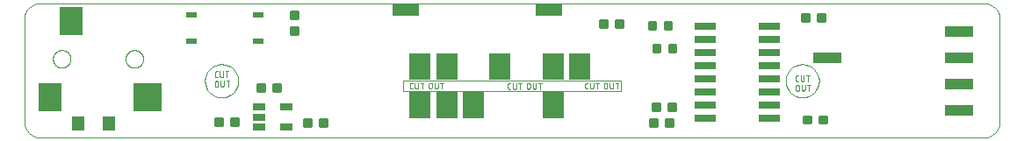
<source format=gtp>
G04 EAGLE Gerber RS-274X export*
G75*
%MOMM*%
%FSLAX34Y34*%
%LPD*%
%INSolder paste top*%
%IPPOS*%
%AMOC8*
5,1,8,0,0,1.08239X$1,22.5*%
G01*
%ADD10C,0.001000*%
%ADD11C,0.050800*%
%ADD12R,2.032000X0.660400*%
%ADD13R,1.200000X1.400000*%
%ADD14R,1.000000X0.600000*%
%ADD15C,0.222250*%
%ADD16R,2.700000X1.000000*%
%ADD17R,2.540000X1.270000*%
%ADD18R,1.200000X0.690000*%
%ADD19C,0.000000*%
%ADD20R,2.200000X2.800000*%
%ADD21R,2.800000X2.800000*%
%ADD22R,2.159000X2.540000*%


D10*
X-208369Y447928D02*
X701481Y447928D01*
X704509Y447620D01*
X707335Y446739D01*
X709895Y445345D01*
X712128Y443500D01*
X713973Y441267D01*
X715367Y438707D01*
X716248Y435881D01*
X716556Y432853D01*
X716556Y333003D01*
X716248Y329975D01*
X715367Y327149D01*
X713973Y324589D01*
X712128Y322356D01*
X709895Y320511D01*
X707335Y319117D01*
X704509Y318236D01*
X701481Y317928D01*
X-208369Y317928D01*
X-211397Y318236D01*
X-214223Y319117D01*
X-216783Y320511D01*
X-219016Y322356D01*
X-220861Y324589D01*
X-222255Y327149D01*
X-223136Y329975D01*
X-223444Y333003D01*
X-223444Y432853D01*
X-223136Y435881D01*
X-222255Y438707D01*
X-220861Y441267D01*
X-219016Y443500D01*
X-216783Y445345D01*
X-214223Y446739D01*
X-211397Y447620D01*
X-208369Y447928D01*
X526556Y388978D02*
X529791Y388652D01*
X532803Y387717D01*
X535530Y386237D01*
X537905Y384277D01*
X539865Y381902D01*
X541345Y379175D01*
X542280Y376163D01*
X542606Y372928D01*
X542280Y369693D01*
X541345Y366681D01*
X539865Y363954D01*
X537905Y361579D01*
X535530Y359619D01*
X532803Y358139D01*
X529791Y357204D01*
X526556Y356878D01*
X523321Y357204D01*
X520309Y358139D01*
X517582Y359619D01*
X515207Y361579D01*
X513247Y363954D01*
X511767Y366681D01*
X510832Y369693D01*
X510506Y372928D01*
X510832Y376163D01*
X511767Y379175D01*
X513247Y381902D01*
X515207Y384277D01*
X517582Y386237D01*
X520309Y387717D01*
X523321Y388652D01*
X526556Y388978D01*
X-30209Y388652D02*
X-33444Y388978D01*
X-30209Y388652D02*
X-27197Y387717D01*
X-24470Y386237D01*
X-22095Y384277D01*
X-20135Y381902D01*
X-18655Y379175D01*
X-17720Y376163D01*
X-17394Y372928D01*
X-17720Y369693D01*
X-18655Y366681D01*
X-20135Y363954D01*
X-22095Y361579D01*
X-24470Y359619D01*
X-27197Y358139D01*
X-30209Y357204D01*
X-33444Y356878D01*
X-36679Y357204D01*
X-39691Y358139D01*
X-42418Y359619D01*
X-44793Y361579D01*
X-46753Y363954D01*
X-48233Y366681D01*
X-49168Y369693D01*
X-49494Y372928D01*
X-49168Y376163D01*
X-48233Y379175D01*
X-46753Y381902D01*
X-44793Y384277D01*
X-42418Y386237D01*
X-39691Y387717D01*
X-36679Y388652D01*
X-33444Y388978D01*
X141556Y362928D02*
X351556Y362928D01*
X351556Y372928D01*
X141556Y372928D01*
X141556Y362928D01*
X523425Y388670D02*
X526556Y388978D01*
X523425Y388670D02*
X520414Y387756D01*
X517639Y386273D01*
X515207Y384277D01*
X513211Y381845D01*
X511728Y379070D01*
X510814Y376059D01*
X510506Y372928D01*
X510814Y369797D01*
X511728Y366786D01*
X513211Y364011D01*
X515207Y361579D01*
X517639Y359583D01*
X520414Y358100D01*
X523425Y357186D01*
X526556Y356878D01*
X529687Y357186D01*
X532698Y358100D01*
X535473Y359583D01*
X537905Y361579D01*
X539901Y364011D01*
X541384Y366786D01*
X542298Y369797D01*
X542606Y372928D01*
X542298Y376059D01*
X541384Y379070D01*
X539901Y381845D01*
X537905Y384277D01*
X535473Y386273D01*
X532698Y387756D01*
X529687Y388670D01*
X526556Y388978D01*
X-33444Y388978D02*
X-36575Y388670D01*
X-39586Y387756D01*
X-42361Y386273D01*
X-44793Y384277D01*
X-46789Y381845D01*
X-48272Y379070D01*
X-49186Y376059D01*
X-49494Y372928D01*
X-49186Y369797D01*
X-48272Y366786D01*
X-46789Y364011D01*
X-44793Y361579D01*
X-42361Y359583D01*
X-39586Y358100D01*
X-36575Y357186D01*
X-33444Y356878D01*
X-30313Y357186D01*
X-27302Y358100D01*
X-24527Y359583D01*
X-22095Y361579D01*
X-20099Y364011D01*
X-18616Y366786D01*
X-17702Y369797D01*
X-17394Y372928D01*
X-17702Y376059D01*
X-18616Y379070D01*
X-20099Y381845D01*
X-22095Y384277D01*
X-24527Y386273D01*
X-27302Y387756D01*
X-30313Y388670D01*
X-33444Y388978D01*
D11*
X-37262Y376398D02*
X-38504Y376398D01*
X-38574Y376400D01*
X-38643Y376406D01*
X-38712Y376416D01*
X-38780Y376429D01*
X-38848Y376447D01*
X-38914Y376468D01*
X-38979Y376493D01*
X-39043Y376521D01*
X-39105Y376553D01*
X-39165Y376588D01*
X-39223Y376627D01*
X-39278Y376669D01*
X-39332Y376714D01*
X-39382Y376762D01*
X-39430Y376812D01*
X-39475Y376866D01*
X-39517Y376921D01*
X-39556Y376979D01*
X-39591Y377039D01*
X-39623Y377101D01*
X-39651Y377165D01*
X-39676Y377230D01*
X-39697Y377296D01*
X-39715Y377364D01*
X-39728Y377432D01*
X-39738Y377501D01*
X-39744Y377570D01*
X-39746Y377640D01*
X-39746Y380744D01*
X-39744Y380814D01*
X-39738Y380883D01*
X-39728Y380952D01*
X-39715Y381020D01*
X-39697Y381088D01*
X-39676Y381154D01*
X-39651Y381219D01*
X-39623Y381283D01*
X-39591Y381345D01*
X-39556Y381405D01*
X-39517Y381463D01*
X-39475Y381518D01*
X-39430Y381572D01*
X-39382Y381622D01*
X-39332Y381670D01*
X-39278Y381715D01*
X-39223Y381757D01*
X-39165Y381796D01*
X-39105Y381831D01*
X-39043Y381863D01*
X-38979Y381891D01*
X-38914Y381916D01*
X-38848Y381937D01*
X-38780Y381955D01*
X-38712Y381968D01*
X-38643Y381978D01*
X-38574Y381984D01*
X-38504Y381986D01*
X-37262Y381986D01*
X-34975Y381986D02*
X-34975Y377950D01*
X-34973Y377873D01*
X-34967Y377795D01*
X-34958Y377719D01*
X-34944Y377642D01*
X-34927Y377567D01*
X-34906Y377493D01*
X-34881Y377419D01*
X-34853Y377347D01*
X-34821Y377277D01*
X-34786Y377208D01*
X-34747Y377141D01*
X-34705Y377076D01*
X-34660Y377013D01*
X-34612Y376952D01*
X-34561Y376894D01*
X-34507Y376839D01*
X-34450Y376786D01*
X-34391Y376737D01*
X-34329Y376690D01*
X-34265Y376646D01*
X-34199Y376606D01*
X-34131Y376569D01*
X-34061Y376535D01*
X-33990Y376505D01*
X-33917Y376479D01*
X-33843Y376456D01*
X-33768Y376437D01*
X-33693Y376422D01*
X-33616Y376410D01*
X-33539Y376402D01*
X-33462Y376398D01*
X-33384Y376398D01*
X-33307Y376402D01*
X-33230Y376410D01*
X-33153Y376422D01*
X-33078Y376437D01*
X-33003Y376456D01*
X-32929Y376479D01*
X-32856Y376505D01*
X-32785Y376535D01*
X-32715Y376569D01*
X-32647Y376606D01*
X-32581Y376646D01*
X-32517Y376690D01*
X-32455Y376737D01*
X-32396Y376786D01*
X-32339Y376839D01*
X-32285Y376894D01*
X-32234Y376952D01*
X-32186Y377013D01*
X-32141Y377076D01*
X-32099Y377141D01*
X-32060Y377208D01*
X-32025Y377277D01*
X-31993Y377347D01*
X-31965Y377419D01*
X-31940Y377493D01*
X-31919Y377567D01*
X-31902Y377642D01*
X-31888Y377719D01*
X-31879Y377795D01*
X-31873Y377873D01*
X-31871Y377950D01*
X-31870Y377950D02*
X-31870Y381986D01*
X-28119Y381986D02*
X-28119Y376398D01*
X-29671Y381986D02*
X-26567Y381986D01*
X-39746Y371290D02*
X-39746Y368806D01*
X-39746Y371290D02*
X-39744Y371367D01*
X-39738Y371445D01*
X-39729Y371521D01*
X-39715Y371598D01*
X-39698Y371673D01*
X-39677Y371747D01*
X-39652Y371821D01*
X-39624Y371893D01*
X-39592Y371963D01*
X-39557Y372032D01*
X-39518Y372099D01*
X-39476Y372164D01*
X-39431Y372227D01*
X-39383Y372288D01*
X-39332Y372346D01*
X-39278Y372401D01*
X-39221Y372454D01*
X-39162Y372503D01*
X-39100Y372550D01*
X-39036Y372594D01*
X-38970Y372634D01*
X-38902Y372671D01*
X-38832Y372705D01*
X-38761Y372735D01*
X-38688Y372761D01*
X-38614Y372784D01*
X-38539Y372803D01*
X-38464Y372818D01*
X-38387Y372830D01*
X-38310Y372838D01*
X-38233Y372842D01*
X-38155Y372842D01*
X-38078Y372838D01*
X-38001Y372830D01*
X-37924Y372818D01*
X-37849Y372803D01*
X-37774Y372784D01*
X-37700Y372761D01*
X-37627Y372735D01*
X-37556Y372705D01*
X-37486Y372671D01*
X-37418Y372634D01*
X-37352Y372594D01*
X-37288Y372550D01*
X-37226Y372503D01*
X-37167Y372454D01*
X-37110Y372401D01*
X-37056Y372346D01*
X-37005Y372288D01*
X-36957Y372227D01*
X-36912Y372164D01*
X-36870Y372099D01*
X-36831Y372032D01*
X-36796Y371963D01*
X-36764Y371893D01*
X-36736Y371821D01*
X-36711Y371747D01*
X-36690Y371673D01*
X-36673Y371598D01*
X-36659Y371521D01*
X-36650Y371445D01*
X-36644Y371367D01*
X-36642Y371290D01*
X-36642Y368806D01*
X-36644Y368729D01*
X-36650Y368651D01*
X-36659Y368575D01*
X-36673Y368498D01*
X-36690Y368423D01*
X-36711Y368349D01*
X-36736Y368275D01*
X-36764Y368203D01*
X-36796Y368133D01*
X-36831Y368064D01*
X-36870Y367997D01*
X-36912Y367932D01*
X-36957Y367869D01*
X-37005Y367808D01*
X-37056Y367750D01*
X-37110Y367695D01*
X-37167Y367642D01*
X-37226Y367593D01*
X-37288Y367546D01*
X-37352Y367502D01*
X-37418Y367462D01*
X-37486Y367425D01*
X-37556Y367391D01*
X-37627Y367361D01*
X-37700Y367335D01*
X-37774Y367312D01*
X-37849Y367293D01*
X-37924Y367278D01*
X-38001Y367266D01*
X-38078Y367258D01*
X-38155Y367254D01*
X-38233Y367254D01*
X-38310Y367258D01*
X-38387Y367266D01*
X-38464Y367278D01*
X-38539Y367293D01*
X-38614Y367312D01*
X-38688Y367335D01*
X-38761Y367361D01*
X-38832Y367391D01*
X-38902Y367425D01*
X-38970Y367462D01*
X-39036Y367502D01*
X-39100Y367546D01*
X-39162Y367593D01*
X-39221Y367642D01*
X-39278Y367695D01*
X-39332Y367750D01*
X-39383Y367808D01*
X-39431Y367869D01*
X-39476Y367932D01*
X-39518Y367997D01*
X-39557Y368064D01*
X-39592Y368133D01*
X-39624Y368203D01*
X-39652Y368275D01*
X-39677Y368349D01*
X-39698Y368423D01*
X-39715Y368498D01*
X-39729Y368575D01*
X-39738Y368651D01*
X-39744Y368729D01*
X-39746Y368806D01*
X-34077Y368806D02*
X-34077Y372842D01*
X-34077Y368806D02*
X-34075Y368729D01*
X-34069Y368651D01*
X-34060Y368575D01*
X-34046Y368498D01*
X-34029Y368423D01*
X-34008Y368349D01*
X-33983Y368275D01*
X-33955Y368203D01*
X-33923Y368133D01*
X-33888Y368064D01*
X-33849Y367997D01*
X-33807Y367932D01*
X-33762Y367869D01*
X-33714Y367808D01*
X-33663Y367750D01*
X-33609Y367695D01*
X-33552Y367642D01*
X-33493Y367593D01*
X-33431Y367546D01*
X-33367Y367502D01*
X-33301Y367462D01*
X-33233Y367425D01*
X-33163Y367391D01*
X-33092Y367361D01*
X-33019Y367335D01*
X-32945Y367312D01*
X-32870Y367293D01*
X-32795Y367278D01*
X-32718Y367266D01*
X-32641Y367258D01*
X-32564Y367254D01*
X-32486Y367254D01*
X-32409Y367258D01*
X-32332Y367266D01*
X-32255Y367278D01*
X-32180Y367293D01*
X-32105Y367312D01*
X-32031Y367335D01*
X-31958Y367361D01*
X-31887Y367391D01*
X-31817Y367425D01*
X-31749Y367462D01*
X-31683Y367502D01*
X-31619Y367546D01*
X-31557Y367593D01*
X-31498Y367642D01*
X-31441Y367695D01*
X-31387Y367750D01*
X-31336Y367808D01*
X-31288Y367869D01*
X-31243Y367932D01*
X-31201Y367997D01*
X-31162Y368064D01*
X-31127Y368133D01*
X-31095Y368203D01*
X-31067Y368275D01*
X-31042Y368349D01*
X-31021Y368423D01*
X-31004Y368498D01*
X-30990Y368575D01*
X-30981Y368651D01*
X-30975Y368729D01*
X-30973Y368806D01*
X-30972Y368806D02*
X-30972Y372842D01*
X-27221Y372842D02*
X-27221Y367254D01*
X-28773Y372842D02*
X-25669Y372842D01*
X521496Y372398D02*
X522738Y372398D01*
X521496Y372398D02*
X521426Y372400D01*
X521357Y372406D01*
X521288Y372416D01*
X521220Y372429D01*
X521152Y372447D01*
X521086Y372468D01*
X521021Y372493D01*
X520957Y372521D01*
X520895Y372553D01*
X520835Y372588D01*
X520777Y372627D01*
X520722Y372669D01*
X520668Y372714D01*
X520618Y372762D01*
X520570Y372812D01*
X520525Y372866D01*
X520483Y372921D01*
X520444Y372979D01*
X520409Y373039D01*
X520377Y373101D01*
X520349Y373165D01*
X520324Y373230D01*
X520303Y373296D01*
X520285Y373364D01*
X520272Y373432D01*
X520262Y373501D01*
X520256Y373570D01*
X520254Y373640D01*
X520254Y376744D01*
X520256Y376814D01*
X520262Y376883D01*
X520272Y376952D01*
X520285Y377020D01*
X520303Y377088D01*
X520324Y377154D01*
X520349Y377219D01*
X520377Y377283D01*
X520409Y377345D01*
X520444Y377405D01*
X520483Y377463D01*
X520525Y377518D01*
X520570Y377572D01*
X520618Y377622D01*
X520668Y377670D01*
X520722Y377715D01*
X520777Y377757D01*
X520835Y377796D01*
X520895Y377831D01*
X520957Y377863D01*
X521021Y377891D01*
X521086Y377916D01*
X521152Y377937D01*
X521220Y377955D01*
X521288Y377968D01*
X521357Y377978D01*
X521426Y377984D01*
X521496Y377986D01*
X522738Y377986D01*
X525025Y377986D02*
X525025Y373950D01*
X525027Y373873D01*
X525033Y373795D01*
X525042Y373719D01*
X525056Y373642D01*
X525073Y373567D01*
X525094Y373493D01*
X525119Y373419D01*
X525147Y373347D01*
X525179Y373277D01*
X525214Y373208D01*
X525253Y373141D01*
X525295Y373076D01*
X525340Y373013D01*
X525388Y372952D01*
X525439Y372894D01*
X525493Y372839D01*
X525550Y372786D01*
X525609Y372737D01*
X525671Y372690D01*
X525735Y372646D01*
X525801Y372606D01*
X525869Y372569D01*
X525939Y372535D01*
X526010Y372505D01*
X526083Y372479D01*
X526157Y372456D01*
X526232Y372437D01*
X526307Y372422D01*
X526384Y372410D01*
X526461Y372402D01*
X526538Y372398D01*
X526616Y372398D01*
X526693Y372402D01*
X526770Y372410D01*
X526847Y372422D01*
X526922Y372437D01*
X526997Y372456D01*
X527071Y372479D01*
X527144Y372505D01*
X527215Y372535D01*
X527285Y372569D01*
X527353Y372606D01*
X527419Y372646D01*
X527483Y372690D01*
X527545Y372737D01*
X527604Y372786D01*
X527661Y372839D01*
X527715Y372894D01*
X527766Y372952D01*
X527814Y373013D01*
X527859Y373076D01*
X527901Y373141D01*
X527940Y373208D01*
X527975Y373277D01*
X528007Y373347D01*
X528035Y373419D01*
X528060Y373493D01*
X528081Y373567D01*
X528098Y373642D01*
X528112Y373719D01*
X528121Y373795D01*
X528127Y373873D01*
X528129Y373950D01*
X528130Y373950D02*
X528130Y377986D01*
X531881Y377986D02*
X531881Y372398D01*
X530329Y377986D02*
X533433Y377986D01*
X520254Y367290D02*
X520254Y364806D01*
X520254Y367290D02*
X520256Y367367D01*
X520262Y367445D01*
X520271Y367521D01*
X520285Y367598D01*
X520302Y367673D01*
X520323Y367747D01*
X520348Y367821D01*
X520376Y367893D01*
X520408Y367963D01*
X520443Y368032D01*
X520482Y368099D01*
X520524Y368164D01*
X520569Y368227D01*
X520617Y368288D01*
X520668Y368346D01*
X520722Y368401D01*
X520779Y368454D01*
X520838Y368503D01*
X520900Y368550D01*
X520964Y368594D01*
X521030Y368634D01*
X521098Y368671D01*
X521168Y368705D01*
X521239Y368735D01*
X521312Y368761D01*
X521386Y368784D01*
X521461Y368803D01*
X521536Y368818D01*
X521613Y368830D01*
X521690Y368838D01*
X521767Y368842D01*
X521845Y368842D01*
X521922Y368838D01*
X521999Y368830D01*
X522076Y368818D01*
X522151Y368803D01*
X522226Y368784D01*
X522300Y368761D01*
X522373Y368735D01*
X522444Y368705D01*
X522514Y368671D01*
X522582Y368634D01*
X522648Y368594D01*
X522712Y368550D01*
X522774Y368503D01*
X522833Y368454D01*
X522890Y368401D01*
X522944Y368346D01*
X522995Y368288D01*
X523043Y368227D01*
X523088Y368164D01*
X523130Y368099D01*
X523169Y368032D01*
X523204Y367963D01*
X523236Y367893D01*
X523264Y367821D01*
X523289Y367747D01*
X523310Y367673D01*
X523327Y367598D01*
X523341Y367521D01*
X523350Y367445D01*
X523356Y367367D01*
X523358Y367290D01*
X523358Y364806D01*
X523356Y364729D01*
X523350Y364651D01*
X523341Y364575D01*
X523327Y364498D01*
X523310Y364423D01*
X523289Y364349D01*
X523264Y364275D01*
X523236Y364203D01*
X523204Y364133D01*
X523169Y364064D01*
X523130Y363997D01*
X523088Y363932D01*
X523043Y363869D01*
X522995Y363808D01*
X522944Y363750D01*
X522890Y363695D01*
X522833Y363642D01*
X522774Y363593D01*
X522712Y363546D01*
X522648Y363502D01*
X522582Y363462D01*
X522514Y363425D01*
X522444Y363391D01*
X522373Y363361D01*
X522300Y363335D01*
X522226Y363312D01*
X522151Y363293D01*
X522076Y363278D01*
X521999Y363266D01*
X521922Y363258D01*
X521845Y363254D01*
X521767Y363254D01*
X521690Y363258D01*
X521613Y363266D01*
X521536Y363278D01*
X521461Y363293D01*
X521386Y363312D01*
X521312Y363335D01*
X521239Y363361D01*
X521168Y363391D01*
X521098Y363425D01*
X521030Y363462D01*
X520964Y363502D01*
X520900Y363546D01*
X520838Y363593D01*
X520779Y363642D01*
X520722Y363695D01*
X520668Y363750D01*
X520617Y363808D01*
X520569Y363869D01*
X520524Y363932D01*
X520482Y363997D01*
X520443Y364064D01*
X520408Y364133D01*
X520376Y364203D01*
X520348Y364275D01*
X520323Y364349D01*
X520302Y364423D01*
X520285Y364498D01*
X520271Y364575D01*
X520262Y364651D01*
X520256Y364729D01*
X520254Y364806D01*
X525923Y364806D02*
X525923Y368842D01*
X525923Y364806D02*
X525925Y364729D01*
X525931Y364651D01*
X525940Y364575D01*
X525954Y364498D01*
X525971Y364423D01*
X525992Y364349D01*
X526017Y364275D01*
X526045Y364203D01*
X526077Y364133D01*
X526112Y364064D01*
X526151Y363997D01*
X526193Y363932D01*
X526238Y363869D01*
X526286Y363808D01*
X526337Y363750D01*
X526391Y363695D01*
X526448Y363642D01*
X526507Y363593D01*
X526569Y363546D01*
X526633Y363502D01*
X526699Y363462D01*
X526767Y363425D01*
X526837Y363391D01*
X526908Y363361D01*
X526981Y363335D01*
X527055Y363312D01*
X527130Y363293D01*
X527205Y363278D01*
X527282Y363266D01*
X527359Y363258D01*
X527436Y363254D01*
X527514Y363254D01*
X527591Y363258D01*
X527668Y363266D01*
X527745Y363278D01*
X527820Y363293D01*
X527895Y363312D01*
X527969Y363335D01*
X528042Y363361D01*
X528113Y363391D01*
X528183Y363425D01*
X528251Y363462D01*
X528317Y363502D01*
X528381Y363546D01*
X528443Y363593D01*
X528502Y363642D01*
X528559Y363695D01*
X528613Y363750D01*
X528664Y363808D01*
X528712Y363869D01*
X528757Y363932D01*
X528799Y363997D01*
X528838Y364064D01*
X528873Y364133D01*
X528905Y364203D01*
X528933Y364275D01*
X528958Y364349D01*
X528979Y364423D01*
X528996Y364498D01*
X529010Y364575D01*
X529019Y364651D01*
X529025Y364729D01*
X529027Y364806D01*
X529028Y364806D02*
X529028Y368842D01*
X532779Y368842D02*
X532779Y363254D01*
X531227Y368842D02*
X534331Y368842D01*
X150738Y365254D02*
X149496Y365254D01*
X149426Y365256D01*
X149357Y365262D01*
X149288Y365272D01*
X149220Y365285D01*
X149152Y365303D01*
X149086Y365324D01*
X149021Y365349D01*
X148957Y365377D01*
X148895Y365409D01*
X148835Y365444D01*
X148777Y365483D01*
X148722Y365525D01*
X148668Y365570D01*
X148618Y365618D01*
X148570Y365668D01*
X148525Y365722D01*
X148483Y365777D01*
X148444Y365835D01*
X148409Y365895D01*
X148377Y365957D01*
X148349Y366021D01*
X148324Y366086D01*
X148303Y366152D01*
X148285Y366220D01*
X148272Y366288D01*
X148262Y366357D01*
X148256Y366426D01*
X148254Y366496D01*
X148254Y369600D01*
X148256Y369670D01*
X148262Y369739D01*
X148272Y369808D01*
X148285Y369876D01*
X148303Y369944D01*
X148324Y370010D01*
X148349Y370075D01*
X148377Y370139D01*
X148409Y370201D01*
X148444Y370261D01*
X148483Y370319D01*
X148525Y370374D01*
X148570Y370428D01*
X148618Y370478D01*
X148668Y370526D01*
X148722Y370571D01*
X148777Y370613D01*
X148835Y370652D01*
X148895Y370687D01*
X148957Y370719D01*
X149021Y370747D01*
X149086Y370772D01*
X149152Y370793D01*
X149220Y370811D01*
X149288Y370824D01*
X149357Y370834D01*
X149426Y370840D01*
X149496Y370842D01*
X150738Y370842D01*
X153025Y370842D02*
X153025Y366806D01*
X153027Y366729D01*
X153033Y366651D01*
X153042Y366575D01*
X153056Y366498D01*
X153073Y366423D01*
X153094Y366349D01*
X153119Y366275D01*
X153147Y366203D01*
X153179Y366133D01*
X153214Y366064D01*
X153253Y365997D01*
X153295Y365932D01*
X153340Y365869D01*
X153388Y365808D01*
X153439Y365750D01*
X153493Y365695D01*
X153550Y365642D01*
X153609Y365593D01*
X153671Y365546D01*
X153735Y365502D01*
X153801Y365462D01*
X153869Y365425D01*
X153939Y365391D01*
X154010Y365361D01*
X154083Y365335D01*
X154157Y365312D01*
X154232Y365293D01*
X154307Y365278D01*
X154384Y365266D01*
X154461Y365258D01*
X154538Y365254D01*
X154616Y365254D01*
X154693Y365258D01*
X154770Y365266D01*
X154847Y365278D01*
X154922Y365293D01*
X154997Y365312D01*
X155071Y365335D01*
X155144Y365361D01*
X155215Y365391D01*
X155285Y365425D01*
X155353Y365462D01*
X155419Y365502D01*
X155483Y365546D01*
X155545Y365593D01*
X155604Y365642D01*
X155661Y365695D01*
X155715Y365750D01*
X155766Y365808D01*
X155814Y365869D01*
X155859Y365932D01*
X155901Y365997D01*
X155940Y366064D01*
X155975Y366133D01*
X156007Y366203D01*
X156035Y366275D01*
X156060Y366349D01*
X156081Y366423D01*
X156098Y366498D01*
X156112Y366575D01*
X156121Y366651D01*
X156127Y366729D01*
X156129Y366806D01*
X156130Y366806D02*
X156130Y370842D01*
X159881Y370842D02*
X159881Y365254D01*
X158329Y370842D02*
X161433Y370842D01*
X166375Y369290D02*
X166375Y366806D01*
X166375Y369290D02*
X166377Y369367D01*
X166383Y369445D01*
X166392Y369521D01*
X166406Y369598D01*
X166423Y369673D01*
X166444Y369747D01*
X166469Y369821D01*
X166497Y369893D01*
X166529Y369963D01*
X166564Y370032D01*
X166603Y370099D01*
X166645Y370164D01*
X166690Y370227D01*
X166738Y370288D01*
X166789Y370346D01*
X166843Y370401D01*
X166900Y370454D01*
X166959Y370503D01*
X167021Y370550D01*
X167085Y370594D01*
X167151Y370634D01*
X167219Y370671D01*
X167289Y370705D01*
X167360Y370735D01*
X167433Y370761D01*
X167507Y370784D01*
X167582Y370803D01*
X167657Y370818D01*
X167734Y370830D01*
X167811Y370838D01*
X167888Y370842D01*
X167966Y370842D01*
X168043Y370838D01*
X168120Y370830D01*
X168197Y370818D01*
X168272Y370803D01*
X168347Y370784D01*
X168421Y370761D01*
X168494Y370735D01*
X168565Y370705D01*
X168635Y370671D01*
X168703Y370634D01*
X168769Y370594D01*
X168833Y370550D01*
X168895Y370503D01*
X168954Y370454D01*
X169011Y370401D01*
X169065Y370346D01*
X169116Y370288D01*
X169164Y370227D01*
X169209Y370164D01*
X169251Y370099D01*
X169290Y370032D01*
X169325Y369963D01*
X169357Y369893D01*
X169385Y369821D01*
X169410Y369747D01*
X169431Y369673D01*
X169448Y369598D01*
X169462Y369521D01*
X169471Y369445D01*
X169477Y369367D01*
X169479Y369290D01*
X169480Y369290D02*
X169480Y366806D01*
X169479Y366806D02*
X169477Y366729D01*
X169471Y366651D01*
X169462Y366575D01*
X169448Y366498D01*
X169431Y366423D01*
X169410Y366349D01*
X169385Y366275D01*
X169357Y366203D01*
X169325Y366133D01*
X169290Y366064D01*
X169251Y365997D01*
X169209Y365932D01*
X169164Y365869D01*
X169116Y365808D01*
X169065Y365750D01*
X169011Y365695D01*
X168954Y365642D01*
X168895Y365593D01*
X168833Y365546D01*
X168769Y365502D01*
X168703Y365462D01*
X168635Y365425D01*
X168565Y365391D01*
X168494Y365361D01*
X168421Y365335D01*
X168347Y365312D01*
X168272Y365293D01*
X168197Y365278D01*
X168120Y365266D01*
X168043Y365258D01*
X167966Y365254D01*
X167888Y365254D01*
X167811Y365258D01*
X167734Y365266D01*
X167657Y365278D01*
X167582Y365293D01*
X167507Y365312D01*
X167433Y365335D01*
X167360Y365361D01*
X167289Y365391D01*
X167219Y365425D01*
X167151Y365462D01*
X167085Y365502D01*
X167021Y365546D01*
X166959Y365593D01*
X166900Y365642D01*
X166843Y365695D01*
X166789Y365750D01*
X166738Y365808D01*
X166690Y365869D01*
X166645Y365932D01*
X166603Y365997D01*
X166564Y366064D01*
X166529Y366133D01*
X166497Y366203D01*
X166469Y366275D01*
X166444Y366349D01*
X166423Y366423D01*
X166406Y366498D01*
X166392Y366575D01*
X166383Y366651D01*
X166377Y366729D01*
X166375Y366806D01*
X172045Y366806D02*
X172045Y370842D01*
X172045Y366806D02*
X172047Y366729D01*
X172053Y366651D01*
X172062Y366575D01*
X172076Y366498D01*
X172093Y366423D01*
X172114Y366349D01*
X172139Y366275D01*
X172167Y366203D01*
X172199Y366133D01*
X172234Y366064D01*
X172273Y365997D01*
X172315Y365932D01*
X172360Y365869D01*
X172408Y365808D01*
X172459Y365750D01*
X172513Y365695D01*
X172570Y365642D01*
X172629Y365593D01*
X172691Y365546D01*
X172755Y365502D01*
X172821Y365462D01*
X172889Y365425D01*
X172959Y365391D01*
X173030Y365361D01*
X173103Y365335D01*
X173177Y365312D01*
X173252Y365293D01*
X173327Y365278D01*
X173404Y365266D01*
X173481Y365258D01*
X173558Y365254D01*
X173636Y365254D01*
X173713Y365258D01*
X173790Y365266D01*
X173867Y365278D01*
X173942Y365293D01*
X174017Y365312D01*
X174091Y365335D01*
X174164Y365361D01*
X174235Y365391D01*
X174305Y365425D01*
X174373Y365462D01*
X174439Y365502D01*
X174503Y365546D01*
X174565Y365593D01*
X174624Y365642D01*
X174681Y365695D01*
X174735Y365750D01*
X174786Y365808D01*
X174834Y365869D01*
X174879Y365932D01*
X174921Y365997D01*
X174960Y366064D01*
X174995Y366133D01*
X175027Y366203D01*
X175055Y366275D01*
X175080Y366349D01*
X175101Y366423D01*
X175118Y366498D01*
X175132Y366575D01*
X175141Y366651D01*
X175147Y366729D01*
X175149Y366806D01*
X175149Y370842D01*
X178900Y370842D02*
X178900Y365254D01*
X177348Y370842D02*
X180452Y370842D01*
X244058Y364955D02*
X245300Y364955D01*
X244058Y364955D02*
X243988Y364957D01*
X243919Y364963D01*
X243850Y364973D01*
X243782Y364986D01*
X243714Y365004D01*
X243648Y365025D01*
X243583Y365050D01*
X243519Y365078D01*
X243457Y365110D01*
X243397Y365145D01*
X243339Y365184D01*
X243284Y365226D01*
X243230Y365271D01*
X243180Y365319D01*
X243132Y365369D01*
X243087Y365423D01*
X243045Y365478D01*
X243006Y365536D01*
X242971Y365596D01*
X242939Y365658D01*
X242911Y365722D01*
X242886Y365787D01*
X242865Y365853D01*
X242847Y365921D01*
X242834Y365989D01*
X242824Y366058D01*
X242818Y366127D01*
X242816Y366197D01*
X242816Y369301D01*
X242818Y369371D01*
X242824Y369440D01*
X242834Y369509D01*
X242847Y369577D01*
X242865Y369645D01*
X242886Y369711D01*
X242911Y369776D01*
X242939Y369840D01*
X242971Y369902D01*
X243006Y369962D01*
X243045Y370020D01*
X243087Y370075D01*
X243132Y370129D01*
X243180Y370179D01*
X243230Y370227D01*
X243284Y370272D01*
X243339Y370314D01*
X243397Y370353D01*
X243457Y370388D01*
X243519Y370420D01*
X243583Y370448D01*
X243648Y370473D01*
X243714Y370494D01*
X243782Y370512D01*
X243850Y370525D01*
X243919Y370535D01*
X243988Y370541D01*
X244058Y370543D01*
X245300Y370543D01*
X247587Y370543D02*
X247587Y366507D01*
X247588Y366507D02*
X247590Y366430D01*
X247596Y366352D01*
X247605Y366276D01*
X247619Y366199D01*
X247636Y366124D01*
X247657Y366050D01*
X247682Y365976D01*
X247710Y365904D01*
X247742Y365834D01*
X247777Y365765D01*
X247816Y365698D01*
X247858Y365633D01*
X247903Y365570D01*
X247951Y365509D01*
X248002Y365451D01*
X248056Y365396D01*
X248113Y365343D01*
X248172Y365294D01*
X248234Y365247D01*
X248298Y365203D01*
X248364Y365163D01*
X248432Y365126D01*
X248502Y365092D01*
X248573Y365062D01*
X248646Y365036D01*
X248720Y365013D01*
X248795Y364994D01*
X248870Y364979D01*
X248947Y364967D01*
X249024Y364959D01*
X249101Y364955D01*
X249179Y364955D01*
X249256Y364959D01*
X249333Y364967D01*
X249410Y364979D01*
X249485Y364994D01*
X249560Y365013D01*
X249634Y365036D01*
X249707Y365062D01*
X249778Y365092D01*
X249848Y365126D01*
X249916Y365163D01*
X249982Y365203D01*
X250046Y365247D01*
X250108Y365294D01*
X250167Y365343D01*
X250224Y365396D01*
X250278Y365451D01*
X250329Y365509D01*
X250377Y365570D01*
X250422Y365633D01*
X250464Y365698D01*
X250503Y365765D01*
X250538Y365834D01*
X250570Y365904D01*
X250598Y365976D01*
X250623Y366050D01*
X250644Y366124D01*
X250661Y366199D01*
X250675Y366276D01*
X250684Y366352D01*
X250690Y366430D01*
X250692Y366507D01*
X250692Y370543D01*
X254443Y370543D02*
X254443Y364955D01*
X252891Y370543D02*
X255995Y370543D01*
X260938Y368991D02*
X260938Y366507D01*
X260938Y368991D02*
X260940Y369068D01*
X260946Y369146D01*
X260955Y369222D01*
X260969Y369299D01*
X260986Y369374D01*
X261007Y369448D01*
X261032Y369522D01*
X261060Y369594D01*
X261092Y369664D01*
X261127Y369733D01*
X261166Y369800D01*
X261208Y369865D01*
X261253Y369928D01*
X261301Y369989D01*
X261352Y370047D01*
X261406Y370102D01*
X261463Y370155D01*
X261522Y370204D01*
X261584Y370251D01*
X261648Y370295D01*
X261714Y370335D01*
X261782Y370372D01*
X261852Y370406D01*
X261923Y370436D01*
X261996Y370462D01*
X262070Y370485D01*
X262145Y370504D01*
X262220Y370519D01*
X262297Y370531D01*
X262374Y370539D01*
X262451Y370543D01*
X262529Y370543D01*
X262606Y370539D01*
X262683Y370531D01*
X262760Y370519D01*
X262835Y370504D01*
X262910Y370485D01*
X262984Y370462D01*
X263057Y370436D01*
X263128Y370406D01*
X263198Y370372D01*
X263266Y370335D01*
X263332Y370295D01*
X263396Y370251D01*
X263458Y370204D01*
X263517Y370155D01*
X263574Y370102D01*
X263628Y370047D01*
X263679Y369989D01*
X263727Y369928D01*
X263772Y369865D01*
X263814Y369800D01*
X263853Y369733D01*
X263888Y369664D01*
X263920Y369594D01*
X263948Y369522D01*
X263973Y369448D01*
X263994Y369374D01*
X264011Y369299D01*
X264025Y369222D01*
X264034Y369146D01*
X264040Y369068D01*
X264042Y368991D01*
X264042Y366507D01*
X264040Y366430D01*
X264034Y366352D01*
X264025Y366276D01*
X264011Y366199D01*
X263994Y366124D01*
X263973Y366050D01*
X263948Y365976D01*
X263920Y365904D01*
X263888Y365834D01*
X263853Y365765D01*
X263814Y365698D01*
X263772Y365633D01*
X263727Y365570D01*
X263679Y365509D01*
X263628Y365451D01*
X263574Y365396D01*
X263517Y365343D01*
X263458Y365294D01*
X263396Y365247D01*
X263332Y365203D01*
X263266Y365163D01*
X263198Y365126D01*
X263128Y365092D01*
X263057Y365062D01*
X262984Y365036D01*
X262910Y365013D01*
X262835Y364994D01*
X262760Y364979D01*
X262683Y364967D01*
X262606Y364959D01*
X262529Y364955D01*
X262451Y364955D01*
X262374Y364959D01*
X262297Y364967D01*
X262220Y364979D01*
X262145Y364994D01*
X262070Y365013D01*
X261996Y365036D01*
X261923Y365062D01*
X261852Y365092D01*
X261782Y365126D01*
X261714Y365163D01*
X261648Y365203D01*
X261584Y365247D01*
X261522Y365294D01*
X261463Y365343D01*
X261406Y365396D01*
X261352Y365451D01*
X261301Y365509D01*
X261253Y365570D01*
X261208Y365633D01*
X261166Y365698D01*
X261127Y365765D01*
X261092Y365834D01*
X261060Y365904D01*
X261032Y365976D01*
X261007Y366050D01*
X260986Y366124D01*
X260969Y366199D01*
X260955Y366276D01*
X260946Y366352D01*
X260940Y366430D01*
X260938Y366507D01*
X266607Y366507D02*
X266607Y370543D01*
X266607Y366507D02*
X266609Y366430D01*
X266615Y366352D01*
X266624Y366276D01*
X266638Y366199D01*
X266655Y366124D01*
X266676Y366050D01*
X266701Y365976D01*
X266729Y365904D01*
X266761Y365834D01*
X266796Y365765D01*
X266835Y365698D01*
X266877Y365633D01*
X266922Y365570D01*
X266970Y365509D01*
X267021Y365451D01*
X267075Y365396D01*
X267132Y365343D01*
X267191Y365294D01*
X267253Y365247D01*
X267317Y365203D01*
X267383Y365163D01*
X267451Y365126D01*
X267521Y365092D01*
X267592Y365062D01*
X267665Y365036D01*
X267739Y365013D01*
X267814Y364994D01*
X267889Y364979D01*
X267966Y364967D01*
X268043Y364959D01*
X268120Y364955D01*
X268198Y364955D01*
X268275Y364959D01*
X268352Y364967D01*
X268429Y364979D01*
X268504Y364994D01*
X268579Y365013D01*
X268653Y365036D01*
X268726Y365062D01*
X268797Y365092D01*
X268867Y365126D01*
X268935Y365163D01*
X269001Y365203D01*
X269065Y365247D01*
X269127Y365294D01*
X269186Y365343D01*
X269243Y365396D01*
X269297Y365451D01*
X269348Y365509D01*
X269396Y365570D01*
X269441Y365633D01*
X269483Y365698D01*
X269522Y365765D01*
X269557Y365834D01*
X269589Y365904D01*
X269617Y365976D01*
X269642Y366050D01*
X269663Y366124D01*
X269680Y366199D01*
X269694Y366276D01*
X269703Y366352D01*
X269709Y366430D01*
X269711Y366507D01*
X269711Y370543D01*
X273463Y370543D02*
X273463Y364955D01*
X271910Y370543D02*
X275015Y370543D01*
X318496Y365254D02*
X319738Y365254D01*
X318496Y365254D02*
X318426Y365256D01*
X318357Y365262D01*
X318288Y365272D01*
X318220Y365285D01*
X318152Y365303D01*
X318086Y365324D01*
X318021Y365349D01*
X317957Y365377D01*
X317895Y365409D01*
X317835Y365444D01*
X317777Y365483D01*
X317722Y365525D01*
X317668Y365570D01*
X317618Y365618D01*
X317570Y365668D01*
X317525Y365722D01*
X317483Y365777D01*
X317444Y365835D01*
X317409Y365895D01*
X317377Y365957D01*
X317349Y366021D01*
X317324Y366086D01*
X317303Y366152D01*
X317285Y366220D01*
X317272Y366288D01*
X317262Y366357D01*
X317256Y366426D01*
X317254Y366496D01*
X317254Y369600D01*
X317256Y369670D01*
X317262Y369739D01*
X317272Y369808D01*
X317285Y369876D01*
X317303Y369944D01*
X317324Y370010D01*
X317349Y370075D01*
X317377Y370139D01*
X317409Y370201D01*
X317444Y370261D01*
X317483Y370319D01*
X317525Y370374D01*
X317570Y370428D01*
X317618Y370478D01*
X317668Y370526D01*
X317722Y370571D01*
X317777Y370613D01*
X317835Y370652D01*
X317895Y370687D01*
X317957Y370719D01*
X318021Y370747D01*
X318086Y370772D01*
X318152Y370793D01*
X318220Y370811D01*
X318288Y370824D01*
X318357Y370834D01*
X318426Y370840D01*
X318496Y370842D01*
X319738Y370842D01*
X322025Y370842D02*
X322025Y366806D01*
X322027Y366729D01*
X322033Y366651D01*
X322042Y366575D01*
X322056Y366498D01*
X322073Y366423D01*
X322094Y366349D01*
X322119Y366275D01*
X322147Y366203D01*
X322179Y366133D01*
X322214Y366064D01*
X322253Y365997D01*
X322295Y365932D01*
X322340Y365869D01*
X322388Y365808D01*
X322439Y365750D01*
X322493Y365695D01*
X322550Y365642D01*
X322609Y365593D01*
X322671Y365546D01*
X322735Y365502D01*
X322801Y365462D01*
X322869Y365425D01*
X322939Y365391D01*
X323010Y365361D01*
X323083Y365335D01*
X323157Y365312D01*
X323232Y365293D01*
X323307Y365278D01*
X323384Y365266D01*
X323461Y365258D01*
X323538Y365254D01*
X323616Y365254D01*
X323693Y365258D01*
X323770Y365266D01*
X323847Y365278D01*
X323922Y365293D01*
X323997Y365312D01*
X324071Y365335D01*
X324144Y365361D01*
X324215Y365391D01*
X324285Y365425D01*
X324353Y365462D01*
X324419Y365502D01*
X324483Y365546D01*
X324545Y365593D01*
X324604Y365642D01*
X324661Y365695D01*
X324715Y365750D01*
X324766Y365808D01*
X324814Y365869D01*
X324859Y365932D01*
X324901Y365997D01*
X324940Y366064D01*
X324975Y366133D01*
X325007Y366203D01*
X325035Y366275D01*
X325060Y366349D01*
X325081Y366423D01*
X325098Y366498D01*
X325112Y366575D01*
X325121Y366651D01*
X325127Y366729D01*
X325129Y366806D01*
X325130Y366806D02*
X325130Y370842D01*
X328881Y370842D02*
X328881Y365254D01*
X327329Y370842D02*
X330433Y370842D01*
X335375Y369290D02*
X335375Y366806D01*
X335375Y369290D02*
X335377Y369367D01*
X335383Y369445D01*
X335392Y369521D01*
X335406Y369598D01*
X335423Y369673D01*
X335444Y369747D01*
X335469Y369821D01*
X335497Y369893D01*
X335529Y369963D01*
X335564Y370032D01*
X335603Y370099D01*
X335645Y370164D01*
X335690Y370227D01*
X335738Y370288D01*
X335789Y370346D01*
X335843Y370401D01*
X335900Y370454D01*
X335959Y370503D01*
X336021Y370550D01*
X336085Y370594D01*
X336151Y370634D01*
X336219Y370671D01*
X336289Y370705D01*
X336360Y370735D01*
X336433Y370761D01*
X336507Y370784D01*
X336582Y370803D01*
X336657Y370818D01*
X336734Y370830D01*
X336811Y370838D01*
X336888Y370842D01*
X336966Y370842D01*
X337043Y370838D01*
X337120Y370830D01*
X337197Y370818D01*
X337272Y370803D01*
X337347Y370784D01*
X337421Y370761D01*
X337494Y370735D01*
X337565Y370705D01*
X337635Y370671D01*
X337703Y370634D01*
X337769Y370594D01*
X337833Y370550D01*
X337895Y370503D01*
X337954Y370454D01*
X338011Y370401D01*
X338065Y370346D01*
X338116Y370288D01*
X338164Y370227D01*
X338209Y370164D01*
X338251Y370099D01*
X338290Y370032D01*
X338325Y369963D01*
X338357Y369893D01*
X338385Y369821D01*
X338410Y369747D01*
X338431Y369673D01*
X338448Y369598D01*
X338462Y369521D01*
X338471Y369445D01*
X338477Y369367D01*
X338479Y369290D01*
X338480Y369290D02*
X338480Y366806D01*
X338479Y366806D02*
X338477Y366729D01*
X338471Y366651D01*
X338462Y366575D01*
X338448Y366498D01*
X338431Y366423D01*
X338410Y366349D01*
X338385Y366275D01*
X338357Y366203D01*
X338325Y366133D01*
X338290Y366064D01*
X338251Y365997D01*
X338209Y365932D01*
X338164Y365869D01*
X338116Y365808D01*
X338065Y365750D01*
X338011Y365695D01*
X337954Y365642D01*
X337895Y365593D01*
X337833Y365546D01*
X337769Y365502D01*
X337703Y365462D01*
X337635Y365425D01*
X337565Y365391D01*
X337494Y365361D01*
X337421Y365335D01*
X337347Y365312D01*
X337272Y365293D01*
X337197Y365278D01*
X337120Y365266D01*
X337043Y365258D01*
X336966Y365254D01*
X336888Y365254D01*
X336811Y365258D01*
X336734Y365266D01*
X336657Y365278D01*
X336582Y365293D01*
X336507Y365312D01*
X336433Y365335D01*
X336360Y365361D01*
X336289Y365391D01*
X336219Y365425D01*
X336151Y365462D01*
X336085Y365502D01*
X336021Y365546D01*
X335959Y365593D01*
X335900Y365642D01*
X335843Y365695D01*
X335789Y365750D01*
X335738Y365808D01*
X335690Y365869D01*
X335645Y365932D01*
X335603Y365997D01*
X335564Y366064D01*
X335529Y366133D01*
X335497Y366203D01*
X335469Y366275D01*
X335444Y366349D01*
X335423Y366423D01*
X335406Y366498D01*
X335392Y366575D01*
X335383Y366651D01*
X335377Y366729D01*
X335375Y366806D01*
X341045Y366806D02*
X341045Y370842D01*
X341045Y366806D02*
X341047Y366729D01*
X341053Y366651D01*
X341062Y366575D01*
X341076Y366498D01*
X341093Y366423D01*
X341114Y366349D01*
X341139Y366275D01*
X341167Y366203D01*
X341199Y366133D01*
X341234Y366064D01*
X341273Y365997D01*
X341315Y365932D01*
X341360Y365869D01*
X341408Y365808D01*
X341459Y365750D01*
X341513Y365695D01*
X341570Y365642D01*
X341629Y365593D01*
X341691Y365546D01*
X341755Y365502D01*
X341821Y365462D01*
X341889Y365425D01*
X341959Y365391D01*
X342030Y365361D01*
X342103Y365335D01*
X342177Y365312D01*
X342252Y365293D01*
X342327Y365278D01*
X342404Y365266D01*
X342481Y365258D01*
X342558Y365254D01*
X342636Y365254D01*
X342713Y365258D01*
X342790Y365266D01*
X342867Y365278D01*
X342942Y365293D01*
X343017Y365312D01*
X343091Y365335D01*
X343164Y365361D01*
X343235Y365391D01*
X343305Y365425D01*
X343373Y365462D01*
X343439Y365502D01*
X343503Y365546D01*
X343565Y365593D01*
X343624Y365642D01*
X343681Y365695D01*
X343735Y365750D01*
X343786Y365808D01*
X343834Y365869D01*
X343879Y365932D01*
X343921Y365997D01*
X343960Y366064D01*
X343995Y366133D01*
X344027Y366203D01*
X344055Y366275D01*
X344080Y366349D01*
X344101Y366423D01*
X344118Y366498D01*
X344132Y366575D01*
X344141Y366651D01*
X344147Y366729D01*
X344149Y366806D01*
X344149Y370842D01*
X347900Y370842D02*
X347900Y365254D01*
X346348Y370842D02*
X349452Y370842D01*
D12*
X494678Y336712D03*
X433210Y336712D03*
X494678Y349412D03*
X494678Y362112D03*
X433210Y349412D03*
X433210Y362112D03*
X494678Y374812D03*
X433210Y374812D03*
X494678Y387512D03*
X433210Y387512D03*
X494678Y400212D03*
X494678Y412912D03*
X433210Y400212D03*
X433210Y412912D03*
X494678Y425612D03*
X433210Y425612D03*
D13*
X-171962Y332010D03*
X-141962Y332010D03*
D14*
X2146Y410858D03*
X2146Y436258D03*
X-62654Y436258D03*
X-62654Y410858D03*
D15*
X346782Y431268D02*
X353450Y431268D01*
X353450Y424600D01*
X346782Y424600D01*
X346782Y431268D01*
X346782Y426712D02*
X353450Y426712D01*
X353450Y428824D02*
X346782Y428824D01*
X346782Y430936D02*
X353450Y430936D01*
X338210Y431268D02*
X331542Y431268D01*
X338210Y431268D02*
X338210Y424600D01*
X331542Y424600D01*
X331542Y431268D01*
X331542Y426712D02*
X338210Y426712D01*
X338210Y428824D02*
X331542Y428824D01*
X331542Y430936D02*
X338210Y430936D01*
X40302Y424522D02*
X40302Y417854D01*
X33634Y417854D01*
X33634Y424522D01*
X40302Y424522D01*
X40302Y419966D02*
X33634Y419966D01*
X33634Y422078D02*
X40302Y422078D01*
X40302Y424190D02*
X33634Y424190D01*
X40302Y433094D02*
X40302Y439762D01*
X40302Y433094D02*
X33634Y433094D01*
X33634Y439762D01*
X40302Y439762D01*
X40302Y435206D02*
X33634Y435206D01*
X33634Y437318D02*
X40302Y437318D01*
X40302Y439430D02*
X33634Y439430D01*
X541236Y437522D02*
X547904Y437522D01*
X547904Y430854D01*
X541236Y430854D01*
X541236Y437522D01*
X541236Y432966D02*
X547904Y432966D01*
X547904Y435078D02*
X541236Y435078D01*
X541236Y437190D02*
X547904Y437190D01*
X532664Y437522D02*
X525996Y437522D01*
X532664Y437522D02*
X532664Y430854D01*
X525996Y430854D01*
X525996Y437522D01*
X525996Y432966D02*
X532664Y432966D01*
X532664Y435078D02*
X525996Y435078D01*
X525996Y437190D02*
X532664Y437190D01*
X7864Y363126D02*
X1196Y363126D01*
X1196Y369794D01*
X7864Y369794D01*
X7864Y363126D01*
X7864Y365238D02*
X1196Y365238D01*
X1196Y367350D02*
X7864Y367350D01*
X7864Y369462D02*
X1196Y369462D01*
X16436Y363126D02*
X23104Y363126D01*
X16436Y363126D02*
X16436Y369794D01*
X23104Y369794D01*
X23104Y363126D01*
X23104Y365238D02*
X16436Y365238D01*
X16436Y367350D02*
X23104Y367350D01*
X23104Y369462D02*
X16436Y369462D01*
X542844Y338794D02*
X549512Y338794D01*
X549512Y332126D01*
X542844Y332126D01*
X542844Y338794D01*
X542844Y334238D02*
X549512Y334238D01*
X549512Y336350D02*
X542844Y336350D01*
X542844Y338462D02*
X549512Y338462D01*
X534272Y338794D02*
X527604Y338794D01*
X534272Y338794D02*
X534272Y332126D01*
X527604Y332126D01*
X527604Y338794D01*
X527604Y334238D02*
X534272Y334238D01*
X534272Y336350D02*
X527604Y336350D01*
X527604Y338462D02*
X534272Y338462D01*
X385072Y423346D02*
X378404Y423346D01*
X378404Y430014D01*
X385072Y430014D01*
X385072Y423346D01*
X385072Y425458D02*
X378404Y425458D01*
X378404Y427570D02*
X385072Y427570D01*
X385072Y429682D02*
X378404Y429682D01*
X393644Y423346D02*
X400312Y423346D01*
X393644Y423346D02*
X393644Y430014D01*
X400312Y430014D01*
X400312Y423346D01*
X400312Y425458D02*
X393644Y425458D01*
X393644Y427570D02*
X400312Y427570D01*
X400312Y429682D02*
X393644Y429682D01*
X388740Y344448D02*
X382072Y344448D01*
X382072Y351116D01*
X388740Y351116D01*
X388740Y344448D01*
X388740Y346560D02*
X382072Y346560D01*
X382072Y348672D02*
X388740Y348672D01*
X388740Y350784D02*
X382072Y350784D01*
X397312Y344448D02*
X403980Y344448D01*
X397312Y344448D02*
X397312Y351116D01*
X403980Y351116D01*
X403980Y344448D01*
X403980Y346560D02*
X397312Y346560D01*
X397312Y348672D02*
X403980Y348672D01*
X403980Y350784D02*
X397312Y350784D01*
X389218Y401380D02*
X382550Y401380D01*
X382550Y408048D01*
X389218Y408048D01*
X389218Y401380D01*
X389218Y403492D02*
X382550Y403492D01*
X382550Y405604D02*
X389218Y405604D01*
X389218Y407716D02*
X382550Y407716D01*
X397790Y401380D02*
X404458Y401380D01*
X397790Y401380D02*
X397790Y408048D01*
X404458Y408048D01*
X404458Y401380D01*
X404458Y403492D02*
X397790Y403492D01*
X397790Y405604D02*
X404458Y405604D01*
X404458Y407716D02*
X397790Y407716D01*
X394840Y335956D02*
X401508Y335956D01*
X401508Y329288D01*
X394840Y329288D01*
X394840Y335956D01*
X394840Y331400D02*
X401508Y331400D01*
X401508Y333512D02*
X394840Y333512D01*
X394840Y335624D02*
X401508Y335624D01*
X386268Y335956D02*
X379600Y335956D01*
X386268Y335956D02*
X386268Y329288D01*
X379600Y329288D01*
X379600Y335956D01*
X379600Y331400D02*
X386268Y331400D01*
X386268Y333512D02*
X379600Y333512D01*
X379600Y335624D02*
X386268Y335624D01*
D16*
X677470Y344550D03*
X677470Y369950D03*
X677470Y395350D03*
X677470Y420750D03*
X550470Y395350D03*
D17*
X144144Y441615D03*
X282509Y441615D03*
D18*
X3225Y347392D03*
X3225Y337892D03*
X3225Y328392D03*
X29227Y328392D03*
X29227Y347392D03*
D15*
X-17662Y336366D02*
X-24330Y336366D01*
X-17662Y336366D02*
X-17662Y329698D01*
X-24330Y329698D01*
X-24330Y336366D01*
X-24330Y331810D02*
X-17662Y331810D01*
X-17662Y333922D02*
X-24330Y333922D01*
X-24330Y336034D02*
X-17662Y336034D01*
X-32902Y336366D02*
X-39570Y336366D01*
X-32902Y336366D02*
X-32902Y329698D01*
X-39570Y329698D01*
X-39570Y336366D01*
X-39570Y331810D02*
X-32902Y331810D01*
X-32902Y333922D02*
X-39570Y333922D01*
X-39570Y336034D02*
X-32902Y336034D01*
X46392Y329278D02*
X53060Y329278D01*
X46392Y329278D02*
X46392Y335946D01*
X53060Y335946D01*
X53060Y329278D01*
X53060Y331390D02*
X46392Y331390D01*
X46392Y333502D02*
X53060Y333502D01*
X53060Y335614D02*
X46392Y335614D01*
X61632Y329278D02*
X68300Y329278D01*
X61632Y329278D02*
X61632Y335946D01*
X68300Y335946D01*
X68300Y329278D01*
X68300Y331390D02*
X61632Y331390D01*
X61632Y333502D02*
X68300Y333502D01*
X68300Y335614D02*
X61632Y335614D01*
D19*
X-195900Y394000D02*
X-195897Y394209D01*
X-195890Y394417D01*
X-195877Y394625D01*
X-195859Y394833D01*
X-195836Y395040D01*
X-195808Y395247D01*
X-195775Y395453D01*
X-195737Y395658D01*
X-195693Y395862D01*
X-195645Y396065D01*
X-195592Y396267D01*
X-195534Y396467D01*
X-195471Y396666D01*
X-195403Y396864D01*
X-195330Y397059D01*
X-195253Y397253D01*
X-195171Y397445D01*
X-195084Y397634D01*
X-194992Y397822D01*
X-194896Y398007D01*
X-194796Y398190D01*
X-194691Y398370D01*
X-194581Y398547D01*
X-194467Y398722D01*
X-194349Y398894D01*
X-194227Y399063D01*
X-194101Y399229D01*
X-193971Y399392D01*
X-193836Y399552D01*
X-193698Y399708D01*
X-193556Y399861D01*
X-193410Y400010D01*
X-193261Y400156D01*
X-193108Y400298D01*
X-192952Y400436D01*
X-192792Y400571D01*
X-192629Y400701D01*
X-192463Y400827D01*
X-192294Y400949D01*
X-192122Y401067D01*
X-191947Y401181D01*
X-191770Y401291D01*
X-191590Y401396D01*
X-191407Y401496D01*
X-191222Y401592D01*
X-191034Y401684D01*
X-190845Y401771D01*
X-190653Y401853D01*
X-190459Y401930D01*
X-190264Y402003D01*
X-190066Y402071D01*
X-189867Y402134D01*
X-189667Y402192D01*
X-189465Y402245D01*
X-189262Y402293D01*
X-189058Y402337D01*
X-188853Y402375D01*
X-188647Y402408D01*
X-188440Y402436D01*
X-188233Y402459D01*
X-188025Y402477D01*
X-187817Y402490D01*
X-187609Y402497D01*
X-187400Y402500D01*
X-187191Y402497D01*
X-186983Y402490D01*
X-186775Y402477D01*
X-186567Y402459D01*
X-186360Y402436D01*
X-186153Y402408D01*
X-185947Y402375D01*
X-185742Y402337D01*
X-185538Y402293D01*
X-185335Y402245D01*
X-185133Y402192D01*
X-184933Y402134D01*
X-184734Y402071D01*
X-184536Y402003D01*
X-184341Y401930D01*
X-184147Y401853D01*
X-183955Y401771D01*
X-183766Y401684D01*
X-183578Y401592D01*
X-183393Y401496D01*
X-183210Y401396D01*
X-183030Y401291D01*
X-182853Y401181D01*
X-182678Y401067D01*
X-182506Y400949D01*
X-182337Y400827D01*
X-182171Y400701D01*
X-182008Y400571D01*
X-181848Y400436D01*
X-181692Y400298D01*
X-181539Y400156D01*
X-181390Y400010D01*
X-181244Y399861D01*
X-181102Y399708D01*
X-180964Y399552D01*
X-180829Y399392D01*
X-180699Y399229D01*
X-180573Y399063D01*
X-180451Y398894D01*
X-180333Y398722D01*
X-180219Y398547D01*
X-180109Y398370D01*
X-180004Y398190D01*
X-179904Y398007D01*
X-179808Y397822D01*
X-179716Y397634D01*
X-179629Y397445D01*
X-179547Y397253D01*
X-179470Y397059D01*
X-179397Y396864D01*
X-179329Y396666D01*
X-179266Y396467D01*
X-179208Y396267D01*
X-179155Y396065D01*
X-179107Y395862D01*
X-179063Y395658D01*
X-179025Y395453D01*
X-178992Y395247D01*
X-178964Y395040D01*
X-178941Y394833D01*
X-178923Y394625D01*
X-178910Y394417D01*
X-178903Y394209D01*
X-178900Y394000D01*
X-178903Y393791D01*
X-178910Y393583D01*
X-178923Y393375D01*
X-178941Y393167D01*
X-178964Y392960D01*
X-178992Y392753D01*
X-179025Y392547D01*
X-179063Y392342D01*
X-179107Y392138D01*
X-179155Y391935D01*
X-179208Y391733D01*
X-179266Y391533D01*
X-179329Y391334D01*
X-179397Y391136D01*
X-179470Y390941D01*
X-179547Y390747D01*
X-179629Y390555D01*
X-179716Y390366D01*
X-179808Y390178D01*
X-179904Y389993D01*
X-180004Y389810D01*
X-180109Y389630D01*
X-180219Y389453D01*
X-180333Y389278D01*
X-180451Y389106D01*
X-180573Y388937D01*
X-180699Y388771D01*
X-180829Y388608D01*
X-180964Y388448D01*
X-181102Y388292D01*
X-181244Y388139D01*
X-181390Y387990D01*
X-181539Y387844D01*
X-181692Y387702D01*
X-181848Y387564D01*
X-182008Y387429D01*
X-182171Y387299D01*
X-182337Y387173D01*
X-182506Y387051D01*
X-182678Y386933D01*
X-182853Y386819D01*
X-183030Y386709D01*
X-183210Y386604D01*
X-183393Y386504D01*
X-183578Y386408D01*
X-183766Y386316D01*
X-183955Y386229D01*
X-184147Y386147D01*
X-184341Y386070D01*
X-184536Y385997D01*
X-184734Y385929D01*
X-184933Y385866D01*
X-185133Y385808D01*
X-185335Y385755D01*
X-185538Y385707D01*
X-185742Y385663D01*
X-185947Y385625D01*
X-186153Y385592D01*
X-186360Y385564D01*
X-186567Y385541D01*
X-186775Y385523D01*
X-186983Y385510D01*
X-187191Y385503D01*
X-187400Y385500D01*
X-187609Y385503D01*
X-187817Y385510D01*
X-188025Y385523D01*
X-188233Y385541D01*
X-188440Y385564D01*
X-188647Y385592D01*
X-188853Y385625D01*
X-189058Y385663D01*
X-189262Y385707D01*
X-189465Y385755D01*
X-189667Y385808D01*
X-189867Y385866D01*
X-190066Y385929D01*
X-190264Y385997D01*
X-190459Y386070D01*
X-190653Y386147D01*
X-190845Y386229D01*
X-191034Y386316D01*
X-191222Y386408D01*
X-191407Y386504D01*
X-191590Y386604D01*
X-191770Y386709D01*
X-191947Y386819D01*
X-192122Y386933D01*
X-192294Y387051D01*
X-192463Y387173D01*
X-192629Y387299D01*
X-192792Y387429D01*
X-192952Y387564D01*
X-193108Y387702D01*
X-193261Y387844D01*
X-193410Y387990D01*
X-193556Y388139D01*
X-193698Y388292D01*
X-193836Y388448D01*
X-193971Y388608D01*
X-194101Y388771D01*
X-194227Y388937D01*
X-194349Y389106D01*
X-194467Y389278D01*
X-194581Y389453D01*
X-194691Y389630D01*
X-194796Y389810D01*
X-194896Y389993D01*
X-194992Y390178D01*
X-195084Y390366D01*
X-195171Y390555D01*
X-195253Y390747D01*
X-195330Y390941D01*
X-195403Y391136D01*
X-195471Y391334D01*
X-195534Y391533D01*
X-195592Y391733D01*
X-195645Y391935D01*
X-195693Y392138D01*
X-195737Y392342D01*
X-195775Y392547D01*
X-195808Y392753D01*
X-195836Y392960D01*
X-195859Y393167D01*
X-195877Y393375D01*
X-195890Y393583D01*
X-195897Y393791D01*
X-195900Y394000D01*
D20*
X-178400Y431000D03*
X-198400Y357000D03*
D21*
X-104400Y357000D03*
D19*
X-125900Y394000D02*
X-125897Y394209D01*
X-125890Y394417D01*
X-125877Y394625D01*
X-125859Y394833D01*
X-125836Y395040D01*
X-125808Y395247D01*
X-125775Y395453D01*
X-125737Y395658D01*
X-125693Y395862D01*
X-125645Y396065D01*
X-125592Y396267D01*
X-125534Y396467D01*
X-125471Y396666D01*
X-125403Y396864D01*
X-125330Y397059D01*
X-125253Y397253D01*
X-125171Y397445D01*
X-125084Y397634D01*
X-124992Y397822D01*
X-124896Y398007D01*
X-124796Y398190D01*
X-124691Y398370D01*
X-124581Y398547D01*
X-124467Y398722D01*
X-124349Y398894D01*
X-124227Y399063D01*
X-124101Y399229D01*
X-123971Y399392D01*
X-123836Y399552D01*
X-123698Y399708D01*
X-123556Y399861D01*
X-123410Y400010D01*
X-123261Y400156D01*
X-123108Y400298D01*
X-122952Y400436D01*
X-122792Y400571D01*
X-122629Y400701D01*
X-122463Y400827D01*
X-122294Y400949D01*
X-122122Y401067D01*
X-121947Y401181D01*
X-121770Y401291D01*
X-121590Y401396D01*
X-121407Y401496D01*
X-121222Y401592D01*
X-121034Y401684D01*
X-120845Y401771D01*
X-120653Y401853D01*
X-120459Y401930D01*
X-120264Y402003D01*
X-120066Y402071D01*
X-119867Y402134D01*
X-119667Y402192D01*
X-119465Y402245D01*
X-119262Y402293D01*
X-119058Y402337D01*
X-118853Y402375D01*
X-118647Y402408D01*
X-118440Y402436D01*
X-118233Y402459D01*
X-118025Y402477D01*
X-117817Y402490D01*
X-117609Y402497D01*
X-117400Y402500D01*
X-117191Y402497D01*
X-116983Y402490D01*
X-116775Y402477D01*
X-116567Y402459D01*
X-116360Y402436D01*
X-116153Y402408D01*
X-115947Y402375D01*
X-115742Y402337D01*
X-115538Y402293D01*
X-115335Y402245D01*
X-115133Y402192D01*
X-114933Y402134D01*
X-114734Y402071D01*
X-114536Y402003D01*
X-114341Y401930D01*
X-114147Y401853D01*
X-113955Y401771D01*
X-113766Y401684D01*
X-113578Y401592D01*
X-113393Y401496D01*
X-113210Y401396D01*
X-113030Y401291D01*
X-112853Y401181D01*
X-112678Y401067D01*
X-112506Y400949D01*
X-112337Y400827D01*
X-112171Y400701D01*
X-112008Y400571D01*
X-111848Y400436D01*
X-111692Y400298D01*
X-111539Y400156D01*
X-111390Y400010D01*
X-111244Y399861D01*
X-111102Y399708D01*
X-110964Y399552D01*
X-110829Y399392D01*
X-110699Y399229D01*
X-110573Y399063D01*
X-110451Y398894D01*
X-110333Y398722D01*
X-110219Y398547D01*
X-110109Y398370D01*
X-110004Y398190D01*
X-109904Y398007D01*
X-109808Y397822D01*
X-109716Y397634D01*
X-109629Y397445D01*
X-109547Y397253D01*
X-109470Y397059D01*
X-109397Y396864D01*
X-109329Y396666D01*
X-109266Y396467D01*
X-109208Y396267D01*
X-109155Y396065D01*
X-109107Y395862D01*
X-109063Y395658D01*
X-109025Y395453D01*
X-108992Y395247D01*
X-108964Y395040D01*
X-108941Y394833D01*
X-108923Y394625D01*
X-108910Y394417D01*
X-108903Y394209D01*
X-108900Y394000D01*
X-108903Y393791D01*
X-108910Y393583D01*
X-108923Y393375D01*
X-108941Y393167D01*
X-108964Y392960D01*
X-108992Y392753D01*
X-109025Y392547D01*
X-109063Y392342D01*
X-109107Y392138D01*
X-109155Y391935D01*
X-109208Y391733D01*
X-109266Y391533D01*
X-109329Y391334D01*
X-109397Y391136D01*
X-109470Y390941D01*
X-109547Y390747D01*
X-109629Y390555D01*
X-109716Y390366D01*
X-109808Y390178D01*
X-109904Y389993D01*
X-110004Y389810D01*
X-110109Y389630D01*
X-110219Y389453D01*
X-110333Y389278D01*
X-110451Y389106D01*
X-110573Y388937D01*
X-110699Y388771D01*
X-110829Y388608D01*
X-110964Y388448D01*
X-111102Y388292D01*
X-111244Y388139D01*
X-111390Y387990D01*
X-111539Y387844D01*
X-111692Y387702D01*
X-111848Y387564D01*
X-112008Y387429D01*
X-112171Y387299D01*
X-112337Y387173D01*
X-112506Y387051D01*
X-112678Y386933D01*
X-112853Y386819D01*
X-113030Y386709D01*
X-113210Y386604D01*
X-113393Y386504D01*
X-113578Y386408D01*
X-113766Y386316D01*
X-113955Y386229D01*
X-114147Y386147D01*
X-114341Y386070D01*
X-114536Y385997D01*
X-114734Y385929D01*
X-114933Y385866D01*
X-115133Y385808D01*
X-115335Y385755D01*
X-115538Y385707D01*
X-115742Y385663D01*
X-115947Y385625D01*
X-116153Y385592D01*
X-116360Y385564D01*
X-116567Y385541D01*
X-116775Y385523D01*
X-116983Y385510D01*
X-117191Y385503D01*
X-117400Y385500D01*
X-117609Y385503D01*
X-117817Y385510D01*
X-118025Y385523D01*
X-118233Y385541D01*
X-118440Y385564D01*
X-118647Y385592D01*
X-118853Y385625D01*
X-119058Y385663D01*
X-119262Y385707D01*
X-119465Y385755D01*
X-119667Y385808D01*
X-119867Y385866D01*
X-120066Y385929D01*
X-120264Y385997D01*
X-120459Y386070D01*
X-120653Y386147D01*
X-120845Y386229D01*
X-121034Y386316D01*
X-121222Y386408D01*
X-121407Y386504D01*
X-121590Y386604D01*
X-121770Y386709D01*
X-121947Y386819D01*
X-122122Y386933D01*
X-122294Y387051D01*
X-122463Y387173D01*
X-122629Y387299D01*
X-122792Y387429D01*
X-122952Y387564D01*
X-123108Y387702D01*
X-123261Y387844D01*
X-123410Y387990D01*
X-123556Y388139D01*
X-123698Y388292D01*
X-123836Y388448D01*
X-123971Y388608D01*
X-124101Y388771D01*
X-124227Y388937D01*
X-124349Y389106D01*
X-124467Y389278D01*
X-124581Y389453D01*
X-124691Y389630D01*
X-124796Y389810D01*
X-124896Y389993D01*
X-124992Y390178D01*
X-125084Y390366D01*
X-125171Y390555D01*
X-125253Y390747D01*
X-125330Y390941D01*
X-125403Y391136D01*
X-125471Y391334D01*
X-125534Y391533D01*
X-125592Y391733D01*
X-125645Y391935D01*
X-125693Y392138D01*
X-125737Y392342D01*
X-125775Y392547D01*
X-125808Y392753D01*
X-125836Y392960D01*
X-125859Y393167D01*
X-125877Y393375D01*
X-125890Y393583D01*
X-125897Y393791D01*
X-125900Y394000D01*
D22*
X158000Y349000D03*
X183700Y349000D03*
X209400Y349000D03*
X286500Y349000D03*
X158000Y387000D03*
X183700Y387000D03*
X235100Y387000D03*
X286500Y387000D03*
X312200Y387000D03*
M02*

</source>
